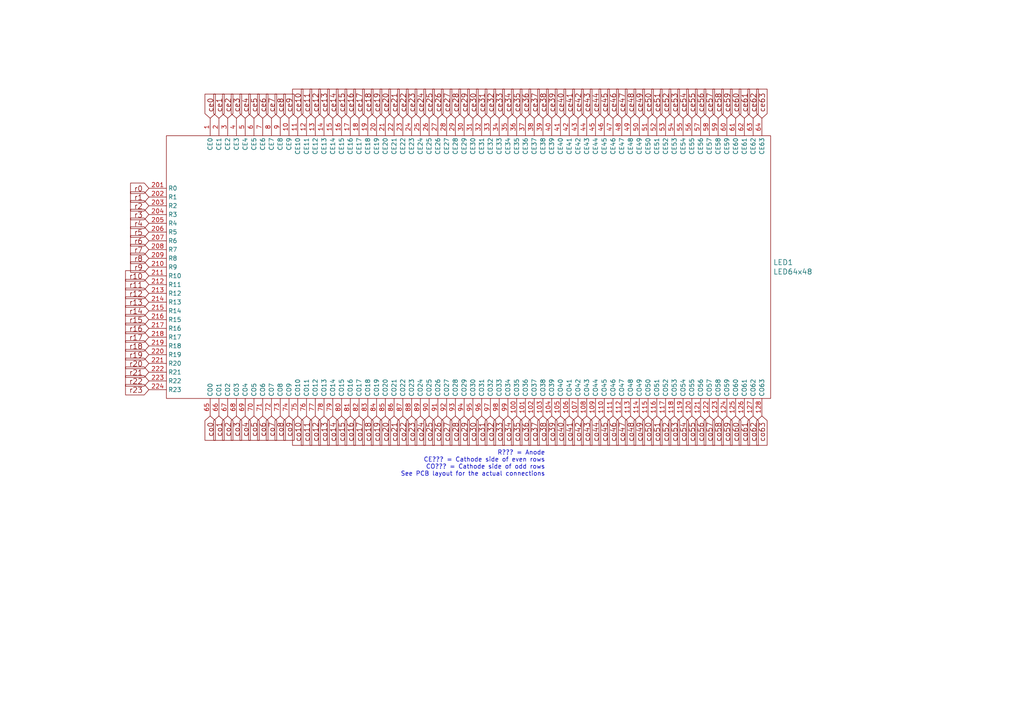
<source format=kicad_sch>
(kicad_sch (version 20210126) (generator eeschema)
  (paper "A4")
  (lib_symbols
    (symbol "matrix-dotmatrix_64x48:LED64x48"
      (property "Reference" "LED" (at 8.89 -13.97 0))
      (property "Value" "LED64x48" (at 10.16 -10.16 0))
      (symbol "LED64x48_0_1"
        (rectangle (start 0 -2.54) (end 175.26 -78.74))
      )
      (symbol "LED64x48_1_1"
        (pin input line (at 12.7 2.54 270) (length 5.08) (name "CE0") (number "1"))
        (pin input line (at 15.24 2.54 270) (length 5.08) (name "CE1") (number "2"))
        (pin input line (at 17.78 2.54 270) (length 5.08) (name "CE2") (number "3"))
        (pin input line (at 20.32 2.54 270) (length 5.08) (name "CE3") (number "4"))
        (pin input line (at 22.86 2.54 270) (length 5.08) (name "CE4") (number "5"))
        (pin input line (at 25.4 2.54 270) (length 5.08) (name "CE5") (number "6"))
        (pin input line (at 27.94 2.54 270) (length 5.08) (name "CE6") (number "7"))
        (pin input line (at 30.48 2.54 270) (length 5.08) (name "CE7") (number "8"))
        (pin input line (at 33.02 2.54 270) (length 5.08) (name "CE8") (number "9"))
        (pin input line (at 35.56 2.54 270) (length 5.08) (name "CE9") (number "10"))
        (pin input line (at 60.96 2.54 270) (length 5.08) (name "CE19") (number "20"))
        (pin input line (at 86.36 2.54 270) (length 5.08) (name "CE29") (number "30"))
        (pin input line (at 111.76 2.54 270) (length 5.08) (name "CE39") (number "40"))
        (pin input line (at 137.16 2.54 270) (length 5.08) (name "CE49") (number "50"))
        (pin input line (at 162.56 2.54 270) (length 5.08) (name "CE59") (number "60"))
        (pin input line (at 25.4 -83.82 90) (length 5.08) (name "CO5") (number "70"))
        (pin input line (at 50.8 -83.82 90) (length 5.08) (name "CO15") (number "80"))
        (pin input line (at 76.2 -83.82 90) (length 5.08) (name "CO25") (number "90"))
        (pin input line (at 38.1 2.54 270) (length 5.08) (name "CE10") (number "11"))
        (pin input line (at 63.5 2.54 270) (length 5.08) (name "CE20") (number "21"))
        (pin input line (at 88.9 2.54 270) (length 5.08) (name "CE30") (number "31"))
        (pin input line (at 114.3 2.54 270) (length 5.08) (name "CE40") (number "41"))
        (pin input line (at 139.7 2.54 270) (length 5.08) (name "CE50") (number "51"))
        (pin input line (at 165.1 2.54 270) (length 5.08) (name "CE60") (number "61"))
        (pin input line (at 27.94 -83.82 90) (length 5.08) (name "CO6") (number "71"))
        (pin input line (at 53.34 -83.82 90) (length 5.08) (name "CO16") (number "81"))
        (pin input line (at 78.74 -83.82 90) (length 5.08) (name "CO26") (number "91"))
        (pin input line (at 40.64 2.54 270) (length 5.08) (name "CE11") (number "12"))
        (pin input line (at 66.04 2.54 270) (length 5.08) (name "CE21") (number "22"))
        (pin input line (at 91.44 2.54 270) (length 5.08) (name "CE31") (number "32"))
        (pin input line (at 116.84 2.54 270) (length 5.08) (name "CE41") (number "42"))
        (pin input line (at 142.24 2.54 270) (length 5.08) (name "CE51") (number "52"))
        (pin input line (at 167.64 2.54 270) (length 5.08) (name "CE61") (number "62"))
        (pin input line (at 30.48 -83.82 90) (length 5.08) (name "CO7") (number "72"))
        (pin input line (at 55.88 -83.82 90) (length 5.08) (name "CO17") (number "82"))
        (pin input line (at 81.28 -83.82 90) (length 5.08) (name "CO27") (number "92"))
        (pin input line (at 43.18 2.54 270) (length 5.08) (name "CE12") (number "13"))
        (pin input line (at 68.58 2.54 270) (length 5.08) (name "CE22") (number "23"))
        (pin input line (at 93.98 2.54 270) (length 5.08) (name "CE32") (number "33"))
        (pin input line (at 119.38 2.54 270) (length 5.08) (name "CE42") (number "43"))
        (pin input line (at 144.78 2.54 270) (length 5.08) (name "CE52") (number "53"))
        (pin input line (at 170.18 2.54 270) (length 5.08) (name "CE62") (number "63"))
        (pin input line (at 33.02 -83.82 90) (length 5.08) (name "CO8") (number "73"))
        (pin input line (at 58.42 -83.82 90) (length 5.08) (name "CO18") (number "83"))
        (pin input line (at 83.82 -83.82 90) (length 5.08) (name "CO28") (number "93"))
        (pin input line (at 45.72 2.54 270) (length 5.08) (name "CE13") (number "14"))
        (pin input line (at 71.12 2.54 270) (length 5.08) (name "CE23") (number "24"))
        (pin input line (at 96.52 2.54 270) (length 5.08) (name "CE33") (number "34"))
        (pin input line (at 121.92 2.54 270) (length 5.08) (name "CE43") (number "44"))
        (pin input line (at 147.32 2.54 270) (length 5.08) (name "CE53") (number "54"))
        (pin input line (at 172.72 2.54 270) (length 5.08) (name "CE63") (number "64"))
        (pin input line (at 35.56 -83.82 90) (length 5.08) (name "CO9") (number "74"))
        (pin input line (at 60.96 -83.82 90) (length 5.08) (name "CO19") (number "84"))
        (pin input line (at 86.36 -83.82 90) (length 5.08) (name "CO29") (number "94"))
        (pin input line (at 48.26 2.54 270) (length 5.08) (name "CE14") (number "15"))
        (pin input line (at 73.66 2.54 270) (length 5.08) (name "CE24") (number "25"))
        (pin input line (at 99.06 2.54 270) (length 5.08) (name "CE34") (number "35"))
        (pin input line (at 124.46 2.54 270) (length 5.08) (name "CE44") (number "45"))
        (pin input line (at 149.86 2.54 270) (length 5.08) (name "CE54") (number "55"))
        (pin input line (at 12.7 -83.82 90) (length 5.08) (name "CO0") (number "65"))
        (pin input line (at 38.1 -83.82 90) (length 5.08) (name "CO10") (number "75"))
        (pin input line (at 63.5 -83.82 90) (length 5.08) (name "CO20") (number "85"))
        (pin input line (at 88.9 -83.82 90) (length 5.08) (name "CO30") (number "95"))
        (pin input line (at 50.8 2.54 270) (length 5.08) (name "CE15") (number "16"))
        (pin input line (at 76.2 2.54 270) (length 5.08) (name "CE25") (number "26"))
        (pin input line (at 101.6 2.54 270) (length 5.08) (name "CE35") (number "36"))
        (pin input line (at 127 2.54 270) (length 5.08) (name "CE45") (number "46"))
        (pin input line (at 152.4 2.54 270) (length 5.08) (name "CE55") (number "56"))
        (pin input line (at 15.24 -83.82 90) (length 5.08) (name "CO1") (number "66"))
        (pin input line (at 40.64 -83.82 90) (length 5.08) (name "CO11") (number "76"))
        (pin input line (at 66.04 -83.82 90) (length 5.08) (name "CO21") (number "86"))
        (pin input line (at 91.44 -83.82 90) (length 5.08) (name "CO31") (number "96"))
        (pin input line (at 53.34 2.54 270) (length 5.08) (name "CE16") (number "17"))
        (pin input line (at 78.74 2.54 270) (length 5.08) (name "CE26") (number "27"))
        (pin input line (at 104.14 2.54 270) (length 5.08) (name "CE36") (number "37"))
        (pin input line (at 129.54 2.54 270) (length 5.08) (name "CE46") (number "47"))
        (pin input line (at 154.94 2.54 270) (length 5.08) (name "CE56") (number "57"))
        (pin input line (at 17.78 -83.82 90) (length 5.08) (name "CO2") (number "67"))
        (pin input line (at 43.18 -83.82 90) (length 5.08) (name "CO12") (number "77"))
        (pin input line (at 68.58 -83.82 90) (length 5.08) (name "CO22") (number "87"))
        (pin input line (at 93.98 -83.82 90) (length 5.08) (name "CO32") (number "97"))
        (pin input line (at 55.88 2.54 270) (length 5.08) (name "CE17") (number "18"))
        (pin input line (at 81.28 2.54 270) (length 5.08) (name "CE27") (number "28"))
        (pin input line (at 106.68 2.54 270) (length 5.08) (name "CE37") (number "38"))
        (pin input line (at 132.08 2.54 270) (length 5.08) (name "CE47") (number "48"))
        (pin input line (at 157.48 2.54 270) (length 5.08) (name "CE57") (number "58"))
        (pin input line (at 20.32 -83.82 90) (length 5.08) (name "CO3") (number "68"))
        (pin input line (at 45.72 -83.82 90) (length 5.08) (name "CO13") (number "78"))
        (pin input line (at 71.12 -83.82 90) (length 5.08) (name "CO23") (number "88"))
        (pin input line (at 96.52 -83.82 90) (length 5.08) (name "CO33") (number "98"))
        (pin input line (at 58.42 2.54 270) (length 5.08) (name "CE18") (number "19"))
        (pin input line (at 83.82 2.54 270) (length 5.08) (name "CE28") (number "29"))
        (pin input line (at 109.22 2.54 270) (length 5.08) (name "CE38") (number "39"))
        (pin input line (at 134.62 2.54 270) (length 5.08) (name "CE48") (number "49"))
        (pin input line (at 160.02 2.54 270) (length 5.08) (name "CE58") (number "59"))
        (pin input line (at 22.86 -83.82 90) (length 5.08) (name "CO4") (number "69"))
        (pin input line (at 48.26 -83.82 90) (length 5.08) (name "CO14") (number "79"))
        (pin input line (at 73.66 -83.82 90) (length 5.08) (name "CO24") (number "89"))
        (pin input line (at 99.06 -83.82 90) (length 5.08) (name "CO34") (number "99"))
        (pin input line (at 101.6 -83.82 90) (length 5.08) (name "CO35") (number "100"))
        (pin input line (at 127 -83.82 90) (length 5.08) (name "CO45") (number "110"))
        (pin input line (at -5.08 -40.64 0) (length 5.08) (name "R9") (number "210"))
        (pin input line (at 152.4 -83.82 90) (length 5.08) (name "CO55") (number "120"))
        (pin input line (at -5.08 -66.04 0) (length 5.08) (name "R19") (number "220"))
        (pin input line (at 104.14 -83.82 90) (length 5.08) (name "CO36") (number "101"))
        (pin input line (at -5.08 -17.78 0) (length 5.08) (name "R0") (number "201"))
        (pin input line (at 129.54 -83.82 90) (length 5.08) (name "CO46") (number "111"))
        (pin input line (at -5.08 -43.18 0) (length 5.08) (name "R10") (number "211"))
        (pin input line (at 154.94 -83.82 90) (length 5.08) (name "CO56") (number "121"))
        (pin input line (at -5.08 -68.58 0) (length 5.08) (name "R20") (number "221"))
        (pin input line (at 106.68 -83.82 90) (length 5.08) (name "CO37") (number "102"))
        (pin input line (at -5.08 -20.32 0) (length 5.08) (name "R1") (number "202"))
        (pin input line (at 132.08 -83.82 90) (length 5.08) (name "CO47") (number "112"))
        (pin input line (at -5.08 -45.72 0) (length 5.08) (name "R11") (number "212"))
        (pin input line (at 157.48 -83.82 90) (length 5.08) (name "CO57") (number "122"))
        (pin input line (at -5.08 -71.12 0) (length 5.08) (name "R21") (number "222"))
        (pin input line (at 109.22 -83.82 90) (length 5.08) (name "CO38") (number "103"))
        (pin input line (at -5.08 -22.86 0) (length 5.08) (name "R2") (number "203"))
        (pin input line (at 134.62 -83.82 90) (length 5.08) (name "CO48") (number "113"))
        (pin input line (at -5.08 -48.26 0) (length 5.08) (name "R12") (number "213"))
        (pin input line (at 160.02 -83.82 90) (length 5.08) (name "CO58") (number "123"))
        (pin input line (at -5.08 -73.66 0) (length 5.08) (name "R22") (number "223"))
        (pin input line (at 111.76 -83.82 90) (length 5.08) (name "CO39") (number "104"))
        (pin input line (at -5.08 -25.4 0) (length 5.08) (name "R3") (number "204"))
        (pin input line (at 137.16 -83.82 90) (length 5.08) (name "CO49") (number "114"))
        (pin input line (at -5.08 -50.8 0) (length 5.08) (name "R13") (number "214"))
        (pin input line (at 162.56 -83.82 90) (length 5.08) (name "CO59") (number "124"))
        (pin input line (at -5.08 -76.2 0) (length 5.08) (name "R23") (number "224"))
        (pin input line (at 114.3 -83.82 90) (length 5.08) (name "CO40") (number "105"))
        (pin input line (at -5.08 -27.94 0) (length 5.08) (name "R4") (number "205"))
        (pin input line (at 139.7 -83.82 90) (length 5.08) (name "CO50") (number "115"))
        (pin input line (at -5.08 -53.34 0) (length 5.08) (name "R14") (number "215"))
        (pin input line (at 165.1 -83.82 90) (length 5.08) (name "CO60") (number "125"))
        (pin input line (at 116.84 -83.82 90) (length 5.08) (name "CO41") (number "106"))
        (pin input line (at -5.08 -30.48 0) (length 5.08) (name "R5") (number "206"))
        (pin input line (at 142.24 -83.82 90) (length 5.08) (name "CO51") (number "116"))
        (pin input line (at -5.08 -55.88 0) (length 5.08) (name "R15") (number "216"))
        (pin input line (at 167.64 -83.82 90) (length 5.08) (name "CO61") (number "126"))
        (pin input line (at 119.38 -83.82 90) (length 5.08) (name "CO42") (number "107"))
        (pin input line (at -5.08 -33.02 0) (length 5.08) (name "R6") (number "207"))
        (pin input line (at 144.78 -83.82 90) (length 5.08) (name "CO52") (number "117"))
        (pin input line (at -5.08 -58.42 0) (length 5.08) (name "R16") (number "217"))
        (pin input line (at 170.18 -83.82 90) (length 5.08) (name "CO62") (number "127"))
        (pin input line (at 121.92 -83.82 90) (length 5.08) (name "CO43") (number "108"))
        (pin input line (at -5.08 -35.56 0) (length 5.08) (name "R7") (number "208"))
        (pin input line (at 147.32 -83.82 90) (length 5.08) (name "CO53") (number "118"))
        (pin input line (at -5.08 -60.96 0) (length 5.08) (name "R17") (number "218"))
        (pin input line (at 172.72 -83.82 90) (length 5.08) (name "CO63") (number "128"))
        (pin input line (at 124.46 -83.82 90) (length 5.08) (name "CO44") (number "109"))
        (pin input line (at -5.08 -38.1 0) (length 5.08) (name "R8") (number "209"))
        (pin input line (at 149.86 -83.82 90) (length 5.08) (name "CO54") (number "119"))
        (pin input line (at -5.08 -63.5 0) (length 5.08) (name "R18") (number "219"))
      )
    )
  )
  (text "R??? = Anode\nCE??? = Cathode side of even rows\nCO??? = Cathode side of odd rows\nSee PCB layout for the actual connections\n\n" (at 158.115 140.335 0) (effects (font (size 1.27 1.27)) (justify right bottom)))
  (global_label "r0" (shape input) (at 43.18 54.61 180) (effects (font (size 1.524 1.524))) (property "Intersheet References" "${INTERSHEET_REFS}" (effects hide)))
  (global_label "r1" (shape input) (at 43.18 57.15 180) (effects (font (size 1.524 1.524))) (property "Intersheet References" "${INTERSHEET_REFS}" (effects hide)))
  (global_label "r2" (shape input) (at 43.18 59.69 180) (effects (font (size 1.524 1.524))) (property "Intersheet References" "${INTERSHEET_REFS}" (effects hide)))
  (global_label "r3" (shape input) (at 43.18 62.23 180) (effects (font (size 1.524 1.524))) (property "Intersheet References" "${INTERSHEET_REFS}" (effects hide)))
  (global_label "r4" (shape input) (at 43.18 64.77 180) (effects (font (size 1.524 1.524))) (property "Intersheet References" "${INTERSHEET_REFS}" (effects hide)))
  (global_label "r5" (shape input) (at 43.18 67.31 180) (effects (font (size 1.524 1.524))) (property "Intersheet References" "${INTERSHEET_REFS}" (effects hide)))
  (global_label "r6" (shape input) (at 43.18 69.85 180) (effects (font (size 1.524 1.524))) (property "Intersheet References" "${INTERSHEET_REFS}" (effects hide)))
  (global_label "r7" (shape input) (at 43.18 72.39 180) (effects (font (size 1.524 1.524))) (property "Intersheet References" "${INTERSHEET_REFS}" (effects hide)))
  (global_label "r8" (shape input) (at 43.18 74.93 180) (effects (font (size 1.524 1.524))) (property "Intersheet References" "${INTERSHEET_REFS}" (effects hide)))
  (global_label "r9" (shape input) (at 43.18 77.47 180) (effects (font (size 1.524 1.524))) (property "Intersheet References" "${INTERSHEET_REFS}" (effects hide)))
  (global_label "r10" (shape input) (at 43.18 80.01 180) (effects (font (size 1.524 1.524))) (property "Intersheet References" "${INTERSHEET_REFS}" (effects hide)))
  (global_label "r11" (shape input) (at 43.18 82.55 180) (effects (font (size 1.524 1.524))) (property "Intersheet References" "${INTERSHEET_REFS}" (effects hide)))
  (global_label "r12" (shape input) (at 43.18 85.09 180) (effects (font (size 1.524 1.524))) (property "Intersheet References" "${INTERSHEET_REFS}" (effects hide)))
  (global_label "r13" (shape input) (at 43.18 87.63 180) (effects (font (size 1.524 1.524))) (property "Intersheet References" "${INTERSHEET_REFS}" (effects hide)))
  (global_label "r14" (shape input) (at 43.18 90.17 180) (effects (font (size 1.524 1.524))) (property "Intersheet References" "${INTERSHEET_REFS}" (effects hide)))
  (global_label "r15" (shape input) (at 43.18 92.71 180) (effects (font (size 1.524 1.524))) (property "Intersheet References" "${INTERSHEET_REFS}" (effects hide)))
  (global_label "r16" (shape input) (at 43.18 95.25 180) (effects (font (size 1.524 1.524))) (property "Intersheet References" "${INTERSHEET_REFS}" (effects hide)))
  (global_label "r17" (shape input) (at 43.18 97.79 180) (effects (font (size 1.524 1.524))) (property "Intersheet References" "${INTERSHEET_REFS}" (effects hide)))
  (global_label "r18" (shape input) (at 43.18 100.33 180) (effects (font (size 1.524 1.524))) (property "Intersheet References" "${INTERSHEET_REFS}" (effects hide)))
  (global_label "r19" (shape input) (at 43.18 102.87 180) (effects (font (size 1.524 1.524))) (property "Intersheet References" "${INTERSHEET_REFS}" (effects hide)))
  (global_label "r20" (shape input) (at 43.18 105.41 180) (effects (font (size 1.524 1.524))) (property "Intersheet References" "${INTERSHEET_REFS}" (effects hide)))
  (global_label "r21" (shape input) (at 43.18 107.95 180) (effects (font (size 1.524 1.524))) (property "Intersheet References" "${INTERSHEET_REFS}" (effects hide)))
  (global_label "r22" (shape input) (at 43.18 110.49 180) (effects (font (size 1.524 1.524))) (property "Intersheet References" "${INTERSHEET_REFS}" (effects hide)))
  (global_label "r23" (shape input) (at 43.18 113.03 180) (effects (font (size 1.524 1.524))) (property "Intersheet References" "${INTERSHEET_REFS}" (effects hide)))
  (global_label "ce0" (shape input) (at 60.96 34.29 90) (effects (font (size 1.524 1.524))) (property "Intersheet References" "${INTERSHEET_REFS}" (effects hide)))
  (global_label "co0" (shape input) (at 60.96 120.65 270) (effects (font (size 1.524 1.524))) (property "Intersheet References" "${INTERSHEET_REFS}" (effects hide)))
  (global_label "ce1" (shape input) (at 63.5 34.29 90) (effects (font (size 1.524 1.524))) (property "Intersheet References" "${INTERSHEET_REFS}" (effects hide)))
  (global_label "co1" (shape input) (at 63.5 120.65 270) (effects (font (size 1.524 1.524))) (property "Intersheet References" "${INTERSHEET_REFS}" (effects hide)))
  (global_label "ce2" (shape input) (at 66.04 34.29 90) (effects (font (size 1.524 1.524))) (property "Intersheet References" "${INTERSHEET_REFS}" (effects hide)))
  (global_label "co2" (shape input) (at 66.04 120.65 270) (effects (font (size 1.524 1.524))) (property "Intersheet References" "${INTERSHEET_REFS}" (effects hide)))
  (global_label "ce3" (shape input) (at 68.58 34.29 90) (effects (font (size 1.524 1.524))) (property "Intersheet References" "${INTERSHEET_REFS}" (effects hide)))
  (global_label "co3" (shape input) (at 68.58 120.65 270) (effects (font (size 1.524 1.524))) (property "Intersheet References" "${INTERSHEET_REFS}" (effects hide)))
  (global_label "ce4" (shape input) (at 71.12 34.29 90) (effects (font (size 1.524 1.524))) (property "Intersheet References" "${INTERSHEET_REFS}" (effects hide)))
  (global_label "co4" (shape input) (at 71.12 120.65 270) (effects (font (size 1.524 1.524))) (property "Intersheet References" "${INTERSHEET_REFS}" (effects hide)))
  (global_label "ce5" (shape input) (at 73.66 34.29 90) (effects (font (size 1.524 1.524))) (property "Intersheet References" "${INTERSHEET_REFS}" (effects hide)))
  (global_label "co5" (shape input) (at 73.66 120.65 270) (effects (font (size 1.524 1.524))) (property "Intersheet References" "${INTERSHEET_REFS}" (effects hide)))
  (global_label "ce6" (shape input) (at 76.2 34.29 90) (effects (font (size 1.524 1.524))) (property "Intersheet References" "${INTERSHEET_REFS}" (effects hide)))
  (global_label "co6" (shape input) (at 76.2 120.65 270) (effects (font (size 1.524 1.524))) (property "Intersheet References" "${INTERSHEET_REFS}" (effects hide)))
  (global_label "ce7" (shape input) (at 78.74 34.29 90) (effects (font (size 1.524 1.524))) (property "Intersheet References" "${INTERSHEET_REFS}" (effects hide)))
  (global_label "co7" (shape input) (at 78.74 120.65 270) (effects (font (size 1.524 1.524))) (property "Intersheet References" "${INTERSHEET_REFS}" (effects hide)))
  (global_label "ce8" (shape input) (at 81.28 34.29 90) (effects (font (size 1.524 1.524))) (property "Intersheet References" "${INTERSHEET_REFS}" (effects hide)))
  (global_label "co8" (shape input) (at 81.28 120.65 270) (effects (font (size 1.524 1.524))) (property "Intersheet References" "${INTERSHEET_REFS}" (effects hide)))
  (global_label "ce9" (shape input) (at 83.82 34.29 90) (effects (font (size 1.524 1.524))) (property "Intersheet References" "${INTERSHEET_REFS}" (effects hide)))
  (global_label "co9" (shape input) (at 83.82 120.65 270) (effects (font (size 1.524 1.524))) (property "Intersheet References" "${INTERSHEET_REFS}" (effects hide)))
  (global_label "ce10" (shape input) (at 86.36 34.29 90) (effects (font (size 1.524 1.524))) (property "Intersheet References" "${INTERSHEET_REFS}" (effects hide)))
  (global_label "co10" (shape input) (at 86.36 120.65 270) (effects (font (size 1.524 1.524))) (property "Intersheet References" "${INTERSHEET_REFS}" (effects hide)))
  (global_label "ce11" (shape input) (at 88.9 34.29 90) (effects (font (size 1.524 1.524))) (property "Intersheet References" "${INTERSHEET_REFS}" (effects hide)))
  (global_label "co11" (shape input) (at 88.9 120.65 270) (effects (font (size 1.524 1.524))) (property "Intersheet References" "${INTERSHEET_REFS}" (effects hide)))
  (global_label "ce12" (shape input) (at 91.44 34.29 90) (effects (font (size 1.524 1.524))) (property "Intersheet References" "${INTERSHEET_REFS}" (effects hide)))
  (global_label "co12" (shape input) (at 91.44 120.65 270) (effects (font (size 1.524 1.524))) (property "Intersheet References" "${INTERSHEET_REFS}" (effects hide)))
  (global_label "ce13" (shape input) (at 93.98 34.29 90) (effects (font (size 1.524 1.524))) (property "Intersheet References" "${INTERSHEET_REFS}" (effects hide)))
  (global_label "co13" (shape input) (at 93.98 120.65 270) (effects (font (size 1.524 1.524))) (property "Intersheet References" "${INTERSHEET_REFS}" (effects hide)))
  (global_label "ce14" (shape input) (at 96.52 34.29 90) (effects (font (size 1.524 1.524))) (property "Intersheet References" "${INTERSHEET_REFS}" (effects hide)))
  (global_label "co14" (shape input) (at 96.52 120.65 270) (effects (font (size 1.524 1.524))) (property "Intersheet References" "${INTERSHEET_REFS}" (effects hide)))
  (global_label "ce15" (shape input) (at 99.06 34.29 90) (effects (font (size 1.524 1.524))) (property "Intersheet References" "${INTERSHEET_REFS}" (effects hide)))
  (global_label "co15" (shape input) (at 99.06 120.65 270) (effects (font (size 1.524 1.524))) (property "Intersheet References" "${INTERSHEET_REFS}" (effects hide)))
  (global_label "ce16" (shape input) (at 101.6 34.29 90) (effects (font (size 1.524 1.524))) (property "Intersheet References" "${INTERSHEET_REFS}" (effects hide)))
  (global_label "co16" (shape input) (at 101.6 120.65 270) (effects (font (size 1.524 1.524))) (property "Intersheet References" "${INTERSHEET_REFS}" (effects hide)))
  (global_label "ce17" (shape input) (at 104.14 34.29 90) (effects (font (size 1.524 1.524))) (property "Intersheet References" "${INTERSHEET_REFS}" (effects hide)))
  (global_label "co17" (shape input) (at 104.14 120.65 270) (effects (font (size 1.524 1.524))) (property "Intersheet References" "${INTERSHEET_REFS}" (effects hide)))
  (global_label "ce18" (shape input) (at 106.68 34.29 90) (effects (font (size 1.524 1.524))) (property "Intersheet References" "${INTERSHEET_REFS}" (effects hide)))
  (global_label "co18" (shape input) (at 106.68 120.65 270) (effects (font (size 1.524 1.524))) (property "Intersheet References" "${INTERSHEET_REFS}" (effects hide)))
  (global_label "ce19" (shape input) (at 109.22 34.29 90) (effects (font (size 1.524 1.524))) (property "Intersheet References" "${INTERSHEET_REFS}" (effects hide)))
  (global_label "co19" (shape input) (at 109.22 120.65 270) (effects (font (size 1.524 1.524))) (property "Intersheet References" "${INTERSHEET_REFS}" (effects hide)))
  (global_label "ce20" (shape input) (at 111.76 34.29 90) (effects (font (size 1.524 1.524))) (property "Intersheet References" "${INTERSHEET_REFS}" (effects hide)))
  (global_label "co20" (shape input) (at 111.76 120.65 270) (effects (font (size 1.524 1.524))) (property "Intersheet References" "${INTERSHEET_REFS}" (effects hide)))
  (global_label "ce21" (shape input) (at 114.3 34.29 90) (effects (font (size 1.524 1.524))) (property "Intersheet References" "${INTERSHEET_REFS}" (effects hide)))
  (global_label "co21" (shape input) (at 114.3 120.65 270) (effects (font (size 1.524 1.524))) (property "Intersheet References" "${INTERSHEET_REFS}" (effects hide)))
  (global_label "ce22" (shape input) (at 116.84 34.29 90) (effects (font (size 1.524 1.524))) (property "Intersheet References" "${INTERSHEET_REFS}" (effects hide)))
  (global_label "co22" (shape input) (at 116.84 120.65 270) (effects (font (size 1.524 1.524))) (property "Intersheet References" "${INTERSHEET_REFS}" (effects hide)))
  (global_label "ce23" (shape input) (at 119.38 34.29 90) (effects (font (size 1.524 1.524))) (property "Intersheet References" "${INTERSHEET_REFS}" (effects hide)))
  (global_label "co23" (shape input) (at 119.38 120.65 270) (effects (font (size 1.524 1.524))) (property "Intersheet References" "${INTERSHEET_REFS}" (effects hide)))
  (global_label "ce24" (shape input) (at 121.92 34.29 90) (effects (font (size 1.524 1.524))) (property "Intersheet References" "${INTERSHEET_REFS}" (effects hide)))
  (global_label "co24" (shape input) (at 121.92 120.65 270) (effects (font (size 1.524 1.524))) (property "Intersheet References" "${INTERSHEET_REFS}" (effects hide)))
  (global_label "ce25" (shape input) (at 124.46 34.29 90) (effects (font (size 1.524 1.524))) (property "Intersheet References" "${INTERSHEET_REFS}" (effects hide)))
  (global_label "co25" (shape input) (at 124.46 120.65 270) (effects (font (size 1.524 1.524))) (property "Intersheet References" "${INTERSHEET_REFS}" (effects hide)))
  (global_label "ce26" (shape input) (at 127 34.29 90) (effects (font (size 1.524 1.524))) (property "Intersheet References" "${INTERSHEET_REFS}" (effects hide)))
  (global_label "co26" (shape input) (at 127 120.65 270) (effects (font (size 1.524 1.524))) (property "Intersheet References" "${INTERSHEET_REFS}" (effects hide)))
  (global_label "ce27" (shape input) (at 129.54 34.29 90) (effects (font (size 1.524 1.524))) (property "Intersheet References" "${INTERSHEET_REFS}" (effects hide)))
  (global_label "co27" (shape input) (at 129.54 120.65 270) (effects (font (size 1.524 1.524))) (property "Intersheet References" "${INTERSHEET_REFS}" (effects hide)))
  (global_label "ce28" (shape input) (at 132.08 34.29 90) (effects (font (size 1.524 1.524))) (property "Intersheet References" "${INTERSHEET_REFS}" (effects hide)))
  (global_label "co28" (shape input) (at 132.08 120.65 270) (effects (font (size 1.524 1.524))) (property "Intersheet References" "${INTERSHEET_REFS}" (effects hide)))
  (global_label "ce29" (shape input) (at 134.62 34.29 90) (effects (font (size 1.524 1.524))) (property "Intersheet References" "${INTERSHEET_REFS}" (effects hide)))
  (global_label "co29" (shape input) (at 134.62 120.65 270) (effects (font (size 1.524 1.524))) (property "Intersheet References" "${INTERSHEET_REFS}" (effects hide)))
  (global_label "ce30" (shape input) (at 137.16 34.29 90) (effects (font (size 1.524 1.524))) (property "Intersheet References" "${INTERSHEET_REFS}" (effects hide)))
  (global_label "co30" (shape input) (at 137.16 120.65 270) (effects (font (size 1.524 1.524))) (property "Intersheet References" "${INTERSHEET_REFS}" (effects hide)))
  (global_label "ce31" (shape input) (at 139.7 34.29 90) (effects (font (size 1.524 1.524))) (property "Intersheet References" "${INTERSHEET_REFS}" (effects hide)))
  (global_label "co31" (shape input) (at 139.7 120.65 270) (effects (font (size 1.524 1.524))) (property "Intersheet References" "${INTERSHEET_REFS}" (effects hide)))
  (global_label "ce32" (shape input) (at 142.24 34.29 90) (effects (font (size 1.524 1.524))) (property "Intersheet References" "${INTERSHEET_REFS}" (effects hide)))
  (global_label "co32" (shape input) (at 142.24 120.65 270) (effects (font (size 1.524 1.524))) (property "Intersheet References" "${INTERSHEET_REFS}" (effects hide)))
  (global_label "ce33" (shape input) (at 144.78 34.29 90) (effects (font (size 1.524 1.524))) (property "Intersheet References" "${INTERSHEET_REFS}" (effects hide)))
  (global_label "co33" (shape input) (at 144.78 120.65 270) (effects (font (size 1.524 1.524))) (property "Intersheet References" "${INTERSHEET_REFS}" (effects hide)))
  (global_label "ce34" (shape input) (at 147.32 34.29 90) (effects (font (size 1.524 1.524))) (property "Intersheet References" "${INTERSHEET_REFS}" (effects hide)))
  (global_label "co34" (shape input) (at 147.32 120.65 270) (effects (font (size 1.524 1.524))) (property "Intersheet References" "${INTERSHEET_REFS}" (effects hide)))
  (global_label "ce35" (shape input) (at 149.86 34.29 90) (effects (font (size 1.524 1.524))) (property "Intersheet References" "${INTERSHEET_REFS}" (effects hide)))
  (global_label "co35" (shape input) (at 149.86 120.65 270) (effects (font (size 1.524 1.524))) (property "Intersheet References" "${INTERSHEET_REFS}" (effects hide)))
  (global_label "ce36" (shape input) (at 152.4 34.29 90) (effects (font (size 1.524 1.524))) (property "Intersheet References" "${INTERSHEET_REFS}" (effects hide)))
  (global_label "co36" (shape input) (at 152.4 120.65 270) (effects (font (size 1.524 1.524))) (property "Intersheet References" "${INTERSHEET_REFS}" (effects hide)))
  (global_label "ce37" (shape input) (at 154.94 34.29 90) (effects (font (size 1.524 1.524))) (property "Intersheet References" "${INTERSHEET_REFS}" (effects hide)))
  (global_label "co37" (shape input) (at 154.94 120.65 270) (effects (font (size 1.524 1.524))) (property "Intersheet References" "${INTERSHEET_REFS}" (effects hide)))
  (global_label "ce38" (shape input) (at 157.48 34.29 90) (effects (font (size 1.524 1.524))) (property "Intersheet References" "${INTERSHEET_REFS}" (effects hide)))
  (global_label "co38" (shape input) (at 157.48 120.65 270) (effects (font (size 1.524 1.524))) (property "Intersheet References" "${INTERSHEET_REFS}" (effects hide)))
  (global_label "ce39" (shape input) (at 160.02 34.29 90) (effects (font (size 1.524 1.524))) (property "Intersheet References" "${INTERSHEET_REFS}" (effects hide)))
  (global_label "co39" (shape input) (at 160.02 120.65 270) (effects (font (size 1.524 1.524))) (property "Intersheet References" "${INTERSHEET_REFS}" (effects hide)))
  (global_label "ce40" (shape input) (at 162.56 34.29 90) (effects (font (size 1.524 1.524))) (property "Intersheet References" "${INTERSHEET_REFS}" (effects hide)))
  (global_label "co40" (shape input) (at 162.56 120.65 270) (effects (font (size 1.524 1.524))) (property "Intersheet References" "${INTERSHEET_REFS}" (effects hide)))
  (global_label "ce41" (shape input) (at 165.1 34.29 90) (effects (font (size 1.524 1.524))) (property "Intersheet References" "${INTERSHEET_REFS}" (effects hide)))
  (global_label "co41" (shape input) (at 165.1 120.65 270) (effects (font (size 1.524 1.524))) (property "Intersheet References" "${INTERSHEET_REFS}" (effects hide)))
  (global_label "ce42" (shape input) (at 167.64 34.29 90) (effects (font (size 1.524 1.524))) (property "Intersheet References" "${INTERSHEET_REFS}" (effects hide)))
  (global_label "co42" (shape input) (at 167.64 120.65 270) (effects (font (size 1.524 1.524))) (property "Intersheet References" "${INTERSHEET_REFS}" (effects hide)))
  (global_label "ce43" (shape input) (at 170.18 34.29 90) (effects (font (size 1.524 1.524))) (property "Intersheet References" "${INTERSHEET_REFS}" (effects hide)))
  (global_label "co43" (shape input) (at 170.18 120.65 270) (effects (font (size 1.524 1.524))) (property "Intersheet References" "${INTERSHEET_REFS}" (effects hide)))
  (global_label "ce44" (shape input) (at 172.72 34.29 90) (effects (font (size 1.524 1.524))) (property "Intersheet References" "${INTERSHEET_REFS}" (effects hide)))
  (global_label "co44" (shape input) (at 172.72 120.65 270) (effects (font (size 1.524 1.524))) (property "Intersheet References" "${INTERSHEET_REFS}" (effects hide)))
  (global_label "ce45" (shape input) (at 175.26 34.29 90) (effects (font (size 1.524 1.524))) (property "Intersheet References" "${INTERSHEET_REFS}" (effects hide)))
  (global_label "co45" (shape input) (at 175.26 120.65 270) (effects (font (size 1.524 1.524))) (property "Intersheet References" "${INTERSHEET_REFS}" (effects hide)))
  (global_label "ce46" (shape input) (at 177.8 34.29 90) (effects (font (size 1.524 1.524))) (property "Intersheet References" "${INTERSHEET_REFS}" (effects hide)))
  (global_label "co46" (shape input) (at 177.8 120.65 270) (effects (font (size 1.524 1.524))) (property "Intersheet References" "${INTERSHEET_REFS}" (effects hide)))
  (global_label "ce47" (shape input) (at 180.34 34.29 90) (effects (font (size 1.524 1.524))) (property "Intersheet References" "${INTERSHEET_REFS}" (effects hide)))
  (global_label "co47" (shape input) (at 180.34 120.65 270) (effects (font (size 1.524 1.524))) (property "Intersheet References" "${INTERSHEET_REFS}" (effects hide)))
  (global_label "ce48" (shape input) (at 182.88 34.29 90) (effects (font (size 1.524 1.524))) (property "Intersheet References" "${INTERSHEET_REFS}" (effects hide)))
  (global_label "co48" (shape input) (at 182.88 120.65 270) (effects (font (size 1.524 1.524))) (property "Intersheet References" "${INTERSHEET_REFS}" (effects hide)))
  (global_label "ce49" (shape input) (at 185.42 34.29 90) (effects (font (size 1.524 1.524))) (property "Intersheet References" "${INTERSHEET_REFS}" (effects hide)))
  (global_label "co49" (shape input) (at 185.42 120.65 270) (effects (font (size 1.524 1.524))) (property "Intersheet References" "${INTERSHEET_REFS}" (effects hide)))
  (global_label "ce50" (shape input) (at 187.96 34.29 90) (effects (font (size 1.524 1.524))) (property "Intersheet References" "${INTERSHEET_REFS}" (effects hide)))
  (global_label "co50" (shape input) (at 187.96 120.65 270) (effects (font (size 1.524 1.524))) (property "Intersheet References" "${INTERSHEET_REFS}" (effects hide)))
  (global_label "ce51" (shape input) (at 190.5 34.29 90) (effects (font (size 1.524 1.524))) (property "Intersheet References" "${INTERSHEET_REFS}" (effects hide)))
  (global_label "co51" (shape input) (at 190.5 120.65 270) (effects (font (size 1.524 1.524))) (property "Intersheet References" "${INTERSHEET_REFS}" (effects hide)))
  (global_label "ce52" (shape input) (at 193.04 34.29 90) (effects (font (size 1.524 1.524))) (property "Intersheet References" "${INTERSHEET_REFS}" (effects hide)))
  (global_label "co52" (shape input) (at 193.04 120.65 270) (effects (font (size 1.524 1.524))) (property "Intersheet References" "${INTERSHEET_REFS}" (effects hide)))
  (global_label "ce53" (shape input) (at 195.58 34.29 90) (effects (font (size 1.524 1.524))) (property "Intersheet References" "${INTERSHEET_REFS}" (effects hide)))
  (global_label "co53" (shape input) (at 195.58 120.65 270) (effects (font (size 1.524 1.524))) (property "Intersheet References" "${INTERSHEET_REFS}" (effects hide)))
  (global_label "ce54" (shape input) (at 198.12 34.29 90) (effects (font (size 1.524 1.524))) (property "Intersheet References" "${INTERSHEET_REFS}" (effects hide)))
  (global_label "co54" (shape input) (at 198.12 120.65 270) (effects (font (size 1.524 1.524))) (property "Intersheet References" "${INTERSHEET_REFS}" (effects hide)))
  (global_label "ce55" (shape input) (at 200.66 34.29 90) (effects (font (size 1.524 1.524))) (property "Intersheet References" "${INTERSHEET_REFS}" (effects hide)))
  (global_label "co55" (shape input) (at 200.66 120.65 270) (effects (font (size 1.524 1.524))) (property "Intersheet References" "${INTERSHEET_REFS}" (effects hide)))
  (global_label "ce56" (shape input) (at 203.2 34.29 90) (effects (font (size 1.524 1.524))) (property "Intersheet References" "${INTERSHEET_REFS}" (effects hide)))
  (global_label "co56" (shape input) (at 203.2 120.65 270) (effects (font (size 1.524 1.524))) (property "Intersheet References" "${INTERSHEET_REFS}" (effects hide)))
  (global_label "ce57" (shape input) (at 205.74 34.29 90) (effects (font (size 1.524 1.524))) (property "Intersheet References" "${INTERSHEET_REFS}" (effects hide)))
  (global_label "co57" (shape input) (at 205.74 120.65 270) (effects (font (size 1.524 1.524))) (property "Intersheet References" "${INTERSHEET_REFS}" (effects hide)))
  (global_label "ce58" (shape input) (at 208.28 34.29 90) (effects (font (size 1.524 1.524))) (property "Intersheet References" "${INTERSHEET_REFS}" (effects hide)))
  (global_label "co58" (shape input) (at 208.28 120.65 270) (effects (font (size 1.524 1.524))) (property "Intersheet References" "${INTERSHEET_REFS}" (effects hide)))
  (global_label "ce59" (shape input) (at 210.82 34.29 90) (effects (font (size 1.524 1.524))) (property "Intersheet References" "${INTERSHEET_REFS}" (effects hide)))
  (global_label "co59" (shape input) (at 210.82 120.65 270) (effects (font (size 1.524 1.524))) (property "Intersheet References" "${INTERSHEET_REFS}" (effects hide)))
  (global_label "ce60" (shape input) (at 213.36 34.29 90) (effects (font (size 1.524 1.524))) (property "Intersheet References" "${INTERSHEET_REFS}" (effects hide)))
  (global_label "co60" (shape input) (at 213.36 120.65 270) (effects (font (size 1.524 1.524))) (property "Intersheet References" "${INTERSHEET_REFS}" (effects hide)))
  (global_label "ce61" (shape input) (at 215.9 34.29 90) (effects (font (size 1.524 1.524))) (property "Intersheet References" "${INTERSHEET_REFS}" (effects hide)))
  (global_label "co61" (shape input) (at 215.9 120.65 270) (effects (font (size 1.524 1.524))) (property "Intersheet References" "${INTERSHEET_REFS}" (effects hide)))
  (global_label "ce62" (shape input) (at 218.44 34.29 90) (effects (font (size 1.524 1.524))) (property "Intersheet References" "${INTERSHEET_REFS}" (effects hide)))
  (global_label "co62" (shape input) (at 218.44 120.65 270) (effects (font (size 1.524 1.524))) (property "Intersheet References" "${INTERSHEET_REFS}" (effects hide)))
  (global_label "ce63" (shape input) (at 220.98 34.29 90) (effects (font (size 1.524 1.524))) (property "Intersheet References" "${INTERSHEET_REFS}" (effects hide)))
  (global_label "co63" (shape input) (at 220.98 120.65 270) (effects (font (size 1.524 1.524))) (property "Intersheet References" "${INTERSHEET_REFS}" (effects hide)))
  (symbol (lib_id "matrix-dotmatrix_64x48:LED64x48") (at 48.26 36.83 0) (unit 1)
    (property "Reference" "LED1" (at 224.2312 76.0984 0) (effects (font (size 1.524 1.524)) (justify left)))
    (property "Value" "LED64x48" (at 224.2312 78.8162 0) (effects (font (size 1.524 1.524)) (justify left)))
    (property "Footprint" "components:LED1608_Handsoldering_64x48" (effects hide))
  )
)
</source>
